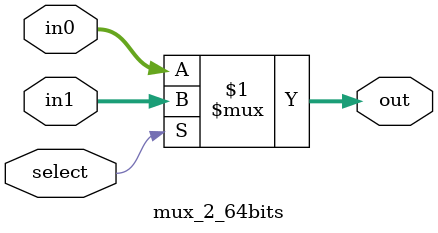
<source format=v>
module mux_2_64bits(out, select, in0, in1);
    input select;
    input [63:0] in0, in1;
    output [63:0] out;
    assign out = select ? in1 : in0;
endmodule
</source>
